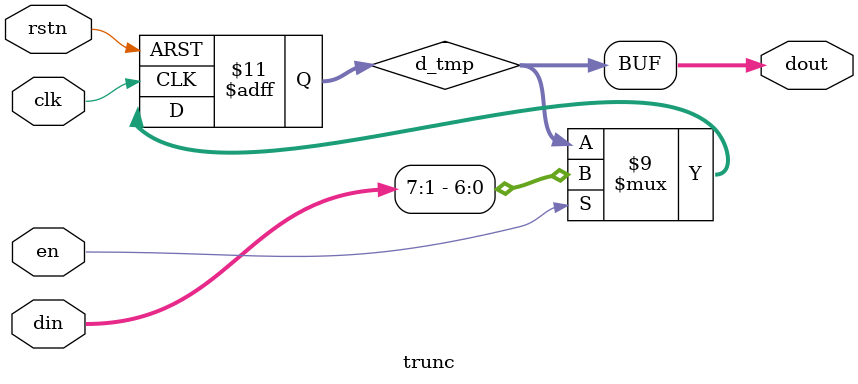
<source format=v>
module trunc #(
 parameter    integer    diw = 8
//,parameter    integer    dow = msb - (lsb -1)
,parameter    integer    msb = 7
,parameter    integer    lsb = 1
,parameter    integer	 half_precision = 0
)
(
 input                                      clk
,input                                      rstn
,input                                      en
,input       signed  [diw - 1  :0]     	    din
,output      signed  [msb - lsb:0]          dout
);


reg	signed [msb  -  lsb : 0]	d_tmp;

generate
	if(lsb!=0 && half_precision != 0) begin
		always @(posedge clk or negedge rstn) begin
        		if (!rstn) begin
                 		d_tmp 	<= 	'h0;
                 	end 
         		else if(en) begin
                 		if(din[diw-1 : msb] != {(diw-msb){din[diw-1]}})
                 		    d_tmp	<=	{{din[diw-1]}, {(msb-lsb){!din[diw-1]}}};
		 		else
		     		    d_tmp	<=      din[msb:lsb] + {{(msb-lsb){1'b0}},din[lsb-1]};
		 	end
         		else begin
                     		d_tmp	<=	d_tmp;
                 	end
		end
	end
	else begin
		always @(posedge clk or negedge rstn) begin
        		if (!rstn) begin
                 		d_tmp 	<= 	'h0;
                 	end 
         		else if(en) begin
                 		if(din[diw-1 : msb] != {(diw-msb){din[diw-1]}})
                 		    d_tmp	<=	{{din[diw-1]}, {(msb-lsb){!din[diw-1]}}};
		 		else
		     		    d_tmp	<=      din[msb:lsb];
		 	end
         		else begin
                     		d_tmp	<=	d_tmp;
                 	end
		end
	end
endgenerate

assign dout = d_tmp;

endmodule

</source>
